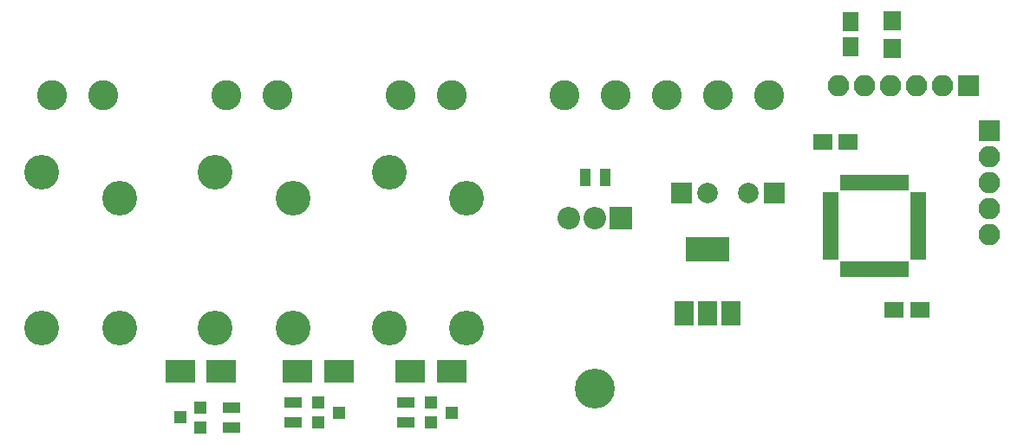
<source format=gts>
G04 #@! TF.FileFunction,Soldermask,Top*
%FSLAX46Y46*%
G04 Gerber Fmt 4.6, Leading zero omitted, Abs format (unit mm)*
G04 Created by KiCad (PCBNEW 4.0.7-e2-6376~58~ubuntu16.04.1) date Mon Nov  6 20:09:01 2017*
%MOMM*%
%LPD*%
G01*
G04 APERTURE LIST*
%ADD10C,0.100000*%
%ADD11R,1.600000X1.000000*%
%ADD12R,1.000000X1.600000*%
%ADD13R,2.000000X2.000000*%
%ADD14C,2.000000*%
%ADD15R,1.650000X1.900000*%
%ADD16R,1.900000X1.650000*%
%ADD17R,2.900000X2.200000*%
%ADD18R,2.100000X2.100000*%
%ADD19O,2.100000X2.100000*%
%ADD20C,3.400000*%
%ADD21O,3.900000X3.900000*%
%ADD22R,2.200000X2.200000*%
%ADD23O,2.200000X2.200000*%
%ADD24R,1.300000X1.200000*%
%ADD25R,1.700000X1.900000*%
%ADD26R,1.700000X1.100000*%
%ADD27C,2.940000*%
%ADD28R,4.200000X2.400000*%
%ADD29R,1.900000X2.400000*%
%ADD30R,1.100000X1.700000*%
G04 APERTURE END LIST*
D10*
D11*
X174050000Y-84450000D03*
X174050000Y-85250000D03*
X174050000Y-86050000D03*
X174050000Y-86850000D03*
X174050000Y-87650000D03*
X174050000Y-88450000D03*
X174050000Y-89250000D03*
X174050000Y-90050000D03*
D12*
X175500000Y-91500000D03*
X176300000Y-91500000D03*
X177100000Y-91500000D03*
X177900000Y-91500000D03*
X178700000Y-91500000D03*
X179500000Y-91500000D03*
X180300000Y-91500000D03*
X181100000Y-91500000D03*
D11*
X182550000Y-90050000D03*
X182550000Y-89250000D03*
X182550000Y-88450000D03*
X182550000Y-87650000D03*
X182550000Y-86850000D03*
X182550000Y-86050000D03*
X182550000Y-85250000D03*
X182550000Y-84450000D03*
D12*
X181100000Y-83000000D03*
X180300000Y-83000000D03*
X179500000Y-83000000D03*
X178700000Y-83000000D03*
X177900000Y-83000000D03*
X177100000Y-83000000D03*
X176300000Y-83000000D03*
X175500000Y-83000000D03*
D13*
X159500000Y-84000000D03*
D14*
X162000000Y-84000000D03*
D15*
X176000000Y-69750000D03*
X176000000Y-67250000D03*
D13*
X168500000Y-84000000D03*
D14*
X166000000Y-84000000D03*
D16*
X182750000Y-95500000D03*
X180250000Y-95500000D03*
X173250000Y-79000000D03*
X175750000Y-79000000D03*
D17*
X122000000Y-101500000D03*
X126000000Y-101500000D03*
X114500000Y-101500000D03*
X110500000Y-101500000D03*
X133000000Y-101500000D03*
X137000000Y-101500000D03*
D18*
X189500000Y-77960000D03*
D19*
X189500000Y-80500000D03*
X189500000Y-83040000D03*
X189500000Y-85580000D03*
X189500000Y-88120000D03*
D18*
X187500000Y-73500000D03*
D19*
X184960000Y-73500000D03*
X182420000Y-73500000D03*
X179880000Y-73500000D03*
X177340000Y-73500000D03*
X174800000Y-73500000D03*
D20*
X121500000Y-97200000D03*
X121500000Y-84500000D03*
X113900000Y-82000000D03*
X113900000Y-97200000D03*
X104600000Y-97200000D03*
X104600000Y-84500000D03*
X97000000Y-82000000D03*
X97000000Y-97200000D03*
X138500000Y-97200000D03*
X138500000Y-84500000D03*
X130900000Y-82000000D03*
X130900000Y-97200000D03*
D21*
X150960000Y-103160000D03*
D22*
X153500000Y-86500000D03*
D23*
X150960000Y-86500000D03*
X148420000Y-86500000D03*
D24*
X124000000Y-104550000D03*
X124000000Y-106450000D03*
X126000000Y-105500000D03*
X112500000Y-106950000D03*
X112500000Y-105050000D03*
X110500000Y-106000000D03*
X135000000Y-104550000D03*
X135000000Y-106450000D03*
X137000000Y-105500000D03*
D25*
X180000000Y-69850000D03*
X180000000Y-67150000D03*
D26*
X115500000Y-105050000D03*
X115500000Y-106950000D03*
X132500000Y-106450000D03*
X132500000Y-104550000D03*
D27*
X167999980Y-74500000D03*
X163001260Y-74500000D03*
X158000000Y-74500000D03*
X152998720Y-74500000D03*
X148000000Y-74500000D03*
X119998720Y-74500000D03*
X115000000Y-74500000D03*
X103000000Y-74500000D03*
X98001280Y-74500000D03*
X136998720Y-74500000D03*
X132000000Y-74500000D03*
D28*
X162000000Y-89500000D03*
D29*
X162000000Y-95800000D03*
X164300000Y-95800000D03*
X159700000Y-95800000D03*
D30*
X150100000Y-82500000D03*
X152000000Y-82500000D03*
D26*
X121500000Y-106450000D03*
X121500000Y-104550000D03*
M02*

</source>
